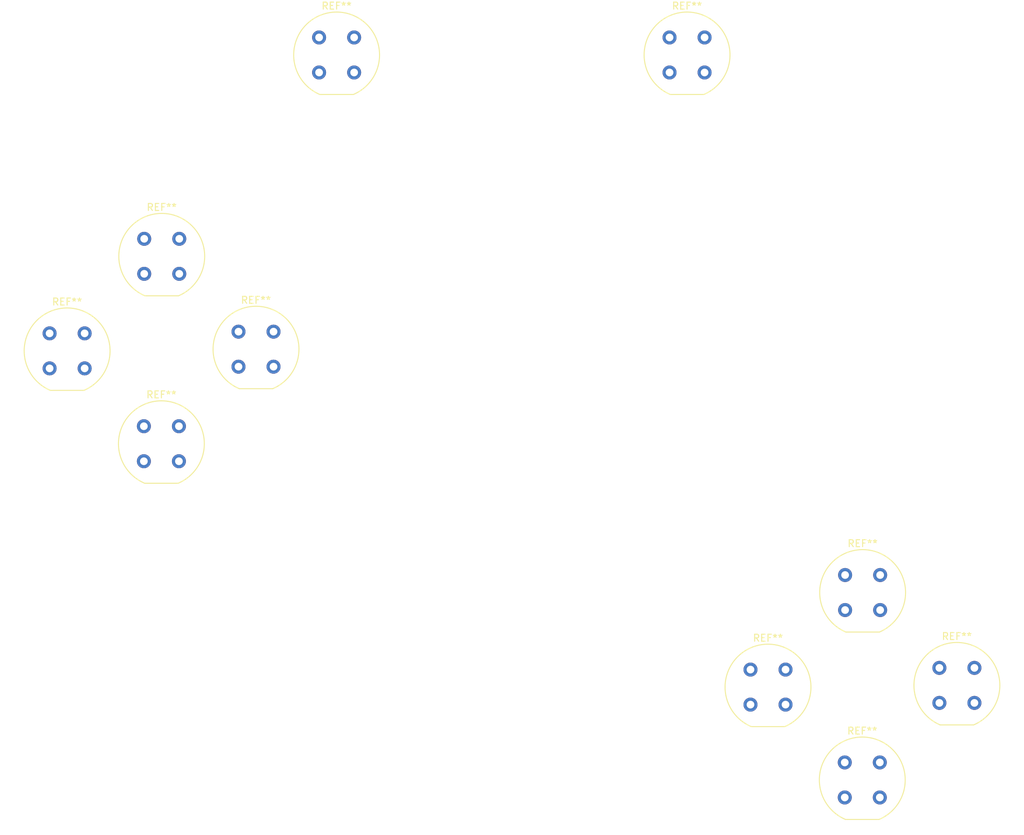
<source format=kicad_pcb>
(kicad_pcb (version 20240108) (generator "pcbnew") (generator_version "8.0")
  (layers (0 "F.Cu" signal) (31 "B.Cu" signal) (34 "B.Paste" user) (35 "F.Paste" user) (36 "B.SilkS" user "B.Silkscreen") (37 "F.SilkS" user "F.Silkscreen") (38 "B.Mask" user) (39 "F.Mask" user) (44 "Edge.Cuts" user))
  (net 0 "")
  (footprint "Button_Switch_THT:Push_E-Switch_KS01Q01" (layer "F.Cu") (at 147.5 31)
    (property "Reference" "REF**" (at 2.5 -4.5 0) (layer "F.SilkS"))
    (property "Value" "Push_E-Switch_KS01Q01")
    (fp_line (start 4.89 8.14) (end 0.11 8.14) (stroke (width 0.15)) (layer "F.SilkS"))
    (fp_arc (start 0.11 8.14) (mid 2.496283 -3.625495) (end 4.896843 8.137095) (stroke (width 0.15)) (layer "F.SilkS"))
    (pad "1" thru_hole circle (at 0 0) (size 2 2) (drill 1.1) (layers "*.Cu" "*.Mask"))
    (pad "2" thru_hole circle (at 5 0) (size 2 2) (drill 1.1) (layers "*.Cu" "*.Mask"))
    (pad "3" thru_hole circle (at 0 5) (size 2 2) (drill 1.1) (layers "*.Cu" "*.Mask"))
    (pad "4" thru_hole circle (at 5 5) (size 2 2) (drill 1.1) (layers "*.Cu" "*.Mask"))
  )
  (footprint "Button_Switch_THT:Push_E-Switch_KS01Q01" (layer "F.Cu") (at 72.55 59.743742)
    (property "Reference" "REF**" (at 2.5 -4.5 0) (layer "F.SilkS"))
    (property "Value" "Push_E-Switch_KS01Q01")
    (fp_line (start 4.89 8.14) (end 0.11 8.14) (stroke (width 0.15)) (layer "F.SilkS"))
    (fp_arc (start 0.11 8.14) (mid 2.496283 -3.625495) (end 4.896843 8.137095) (stroke (width 0.15)) (layer "F.SilkS"))
    (pad "1" thru_hole circle (at 0 0) (size 2 2) (drill 1.1) (layers "*.Cu" "*.Mask"))
    (pad "2" thru_hole circle (at 5 0) (size 2 2) (drill 1.1) (layers "*.Cu" "*.Mask"))
    (pad "3" thru_hole circle (at 0 5) (size 2 2) (drill 1.1) (layers "*.Cu" "*.Mask"))
    (pad "4" thru_hole circle (at 5 5) (size 2 2) (drill 1.1) (layers "*.Cu" "*.Mask"))
  )
  (footprint "Button_Switch_THT:Push_E-Switch_KS01Q01" (layer "F.Cu") (at 172.55 107.743742)
    (property "Reference" "REF**" (at 2.5 -4.5 0) (layer "F.SilkS"))
    (property "Value" "Push_E-Switch_KS01Q01")
    (fp_line (start 4.89 8.14) (end 0.11 8.14) (stroke (width 0.15)) (layer "F.SilkS"))
    (fp_arc (start 0.11 8.14) (mid 2.496283 -3.625495) (end 4.896843 8.137095) (stroke (width 0.15)) (layer "F.SilkS"))
    (pad "1" thru_hole circle (at 0 0) (size 2 2) (drill 1.1) (layers "*.Cu" "*.Mask"))
    (pad "2" thru_hole circle (at 5 0) (size 2 2) (drill 1.1) (layers "*.Cu" "*.Mask"))
    (pad "3" thru_hole circle (at 0 5) (size 2 2) (drill 1.1) (layers "*.Cu" "*.Mask"))
    (pad "4" thru_hole circle (at 5 5) (size 2 2) (drill 1.1) (layers "*.Cu" "*.Mask"))
  )
  (footprint "Button_Switch_THT:Push_E-Switch_KS01Q01" (layer "F.Cu") (at 59.05 73.243742)
    (property "Reference" "REF**" (at 2.5 -4.5 0) (layer "F.SilkS"))
    (property "Value" "Push_E-Switch_KS01Q01")
    (fp_line (start 4.89 8.14) (end 0.11 8.14) (stroke (width 0.15)) (layer "F.SilkS"))
    (fp_arc (start 0.11 8.14) (mid 2.496283 -3.625495) (end 4.896843 8.137095) (stroke (width 0.15)) (layer "F.SilkS"))
    (pad "1" thru_hole circle (at 0 0) (size 2 2) (drill 1.1) (layers "*.Cu" "*.Mask"))
    (pad "2" thru_hole circle (at 5 0) (size 2 2) (drill 1.1) (layers "*.Cu" "*.Mask"))
    (pad "3" thru_hole circle (at 0 5) (size 2 2) (drill 1.1) (layers "*.Cu" "*.Mask"))
    (pad "4" thru_hole circle (at 5 5) (size 2 2) (drill 1.1) (layers "*.Cu" "*.Mask"))
  )
  (footprint "Button_Switch_THT:Push_E-Switch_KS01Q01" (layer "F.Cu") (at 186 121)
    (property "Reference" "REF**" (at 2.5 -4.5 0) (layer "F.SilkS"))
    (property "Value" "Push_E-Switch_KS01Q01")
    (fp_line (start 4.89 8.14) (end 0.11 8.14) (stroke (width 0.15)) (layer "F.SilkS"))
    (fp_arc (start 0.11 8.14) (mid 2.496283 -3.625495) (end 4.896843 8.137095) (stroke (width 0.15)) (layer "F.SilkS"))
    (pad "1" thru_hole circle (at 0 0) (size 2 2) (drill 1.1) (layers "*.Cu" "*.Mask"))
    (pad "2" thru_hole circle (at 5 0) (size 2 2) (drill 1.1) (layers "*.Cu" "*.Mask"))
    (pad "3" thru_hole circle (at 0 5) (size 2 2) (drill 1.1) (layers "*.Cu" "*.Mask"))
    (pad "4" thru_hole circle (at 5 5) (size 2 2) (drill 1.1) (layers "*.Cu" "*.Mask"))
  )
  (footprint "Button_Switch_THT:Push_E-Switch_KS01Q01" (layer "F.Cu") (at 97.5 31)
    (property "Reference" "REF**" (at 2.5 -4.5 0) (layer "F.SilkS"))
    (property "Value" "Push_E-Switch_KS01Q01")
    (fp_line (start 4.89 8.14) (end 0.11 8.14) (stroke (width 0.15)) (layer "F.SilkS"))
    (fp_arc (start 0.11 8.14) (mid 2.496283 -3.625495) (end 4.896843 8.137095) (stroke (width 0.15)) (layer "F.SilkS"))
    (pad "1" thru_hole circle (at 0 0) (size 2 2) (drill 1.1) (layers "*.Cu" "*.Mask"))
    (pad "2" thru_hole circle (at 5 0) (size 2 2) (drill 1.1) (layers "*.Cu" "*.Mask"))
    (pad "3" thru_hole circle (at 0 5) (size 2 2) (drill 1.1) (layers "*.Cu" "*.Mask"))
    (pad "4" thru_hole circle (at 5 5) (size 2 2) (drill 1.1) (layers "*.Cu" "*.Mask"))
  )
  (footprint "Button_Switch_THT:Push_E-Switch_KS01Q01" (layer "F.Cu") (at 172.5 134.5)
    (property "Reference" "REF**" (at 2.5 -4.5 0) (layer "F.SilkS"))
    (property "Value" "Push_E-Switch_KS01Q01")
    (fp_line (start 4.89 8.14) (end 0.11 8.14) (stroke (width 0.15)) (layer "F.SilkS"))
    (fp_arc (start 0.11 8.14) (mid 2.496283 -3.625495) (end 4.896843 8.137095) (stroke (width 0.15)) (layer "F.SilkS"))
    (pad "1" thru_hole circle (at 0 0) (size 2 2) (drill 1.1) (layers "*.Cu" "*.Mask"))
    (pad "2" thru_hole circle (at 5 0) (size 2 2) (drill 1.1) (layers "*.Cu" "*.Mask"))
    (pad "3" thru_hole circle (at 0 5) (size 2 2) (drill 1.1) (layers "*.Cu" "*.Mask"))
    (pad "4" thru_hole circle (at 5 5) (size 2 2) (drill 1.1) (layers "*.Cu" "*.Mask"))
  )
  (footprint "Button_Switch_THT:Push_E-Switch_KS01Q01" (layer "F.Cu") (at 159.05 121.243742)
    (property "Reference" "REF**" (at 2.5 -4.5 0) (layer "F.SilkS"))
    (property "Value" "Push_E-Switch_KS01Q01")
    (fp_line (start 4.89 8.14) (end 0.11 8.14) (stroke (width 0.15)) (layer "F.SilkS"))
    (fp_arc (start 0.11 8.14) (mid 2.496283 -3.625495) (end 4.896843 8.137095) (stroke (width 0.15)) (layer "F.SilkS"))
    (pad "1" thru_hole circle (at 0 0) (size 2 2) (drill 1.1) (layers "*.Cu" "*.Mask"))
    (pad "2" thru_hole circle (at 5 0) (size 2 2) (drill 1.1) (layers "*.Cu" "*.Mask"))
    (pad "3" thru_hole circle (at 0 5) (size 2 2) (drill 1.1) (layers "*.Cu" "*.Mask"))
    (pad "4" thru_hole circle (at 5 5) (size 2 2) (drill 1.1) (layers "*.Cu" "*.Mask"))
  )
  (footprint "Button_Switch_THT:Push_E-Switch_KS01Q01" (layer "F.Cu") (at 86 73)
    (property "Reference" "REF**" (at 2.5 -4.5 0) (layer "F.SilkS"))
    (property "Value" "Push_E-Switch_KS01Q01")
    (fp_line (start 4.89 8.14) (end 0.11 8.14) (stroke (width 0.15)) (layer "F.SilkS"))
    (fp_arc (start 0.11 8.14) (mid 2.496283 -3.625495) (end 4.896843 8.137095) (stroke (width 0.15)) (layer "F.SilkS"))
    (pad "1" thru_hole circle (at 0 0) (size 2 2) (drill 1.1) (layers "*.Cu" "*.Mask"))
    (pad "2" thru_hole circle (at 5 0) (size 2 2) (drill 1.1) (layers "*.Cu" "*.Mask"))
    (pad "3" thru_hole circle (at 0 5) (size 2 2) (drill 1.1) (layers "*.Cu" "*.Mask"))
    (pad "4" thru_hole circle (at 5 5) (size 2 2) (drill 1.1) (layers "*.Cu" "*.Mask"))
  )
  (footprint "Button_Switch_THT:Push_E-Switch_KS01Q01" (layer "F.Cu") (at 72.5 86.5)
    (property "Reference" "REF**" (at 2.5 -4.5 0) (layer "F.SilkS"))
    (property "Value" "Push_E-Switch_KS01Q01")
    (fp_line (start 4.89 8.14) (end 0.11 8.14) (stroke (width 0.15)) (layer "F.SilkS"))
    (fp_arc (start 0.11 8.14) (mid 2.496283 -3.625495) (end 4.896843 8.137095) (stroke (width 0.15)) (layer "F.SilkS"))
    (pad "1" thru_hole circle (at 0 0) (size 2 2) (drill 1.1) (layers "*.Cu" "*.Mask"))
    (pad "2" thru_hole circle (at 5 0) (size 2 2) (drill 1.1) (layers "*.Cu" "*.Mask"))
    (pad "3" thru_hole circle (at 0 5) (size 2 2) (drill 1.1) (layers "*.Cu" "*.Mask"))
    (pad "4" thru_hole circle (at 5 5) (size 2 2) (drill 1.1) (layers "*.Cu" "*.Mask"))
  )
)
</source>
